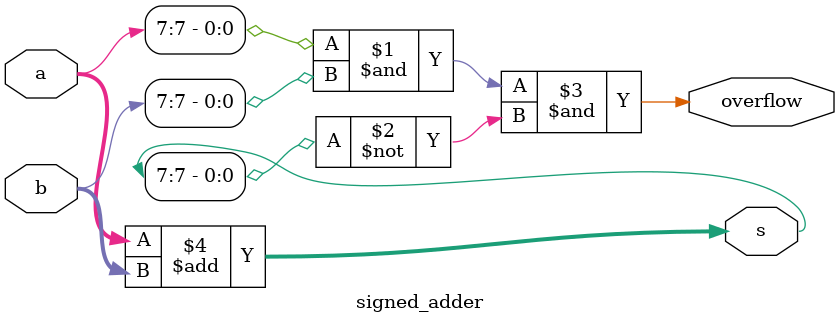
<source format=v>

module signed_adder(input [7:0] a,
    input [7:0] b,
    output [7:0] s,
    output overflow
); 

// The numbers a and b are added to the output s. 
// assign the occurence of the signed overflow of a and b to the output overflow.
// a signed overflow occurs if the most significant bits of a and b are low and the most significant bit of s is high
// a signed overflow may also occur if the most significant bits of a and b are high and the most significant bit of s is low


assign overflow = (a[7] & b[7]) & ~s[7];

// a and b are added to s. 
// if a and b have a signed overflow, s is set to a signed overflow value, else, s is set to a + b

assign s = a + b;

endmodule

</source>
